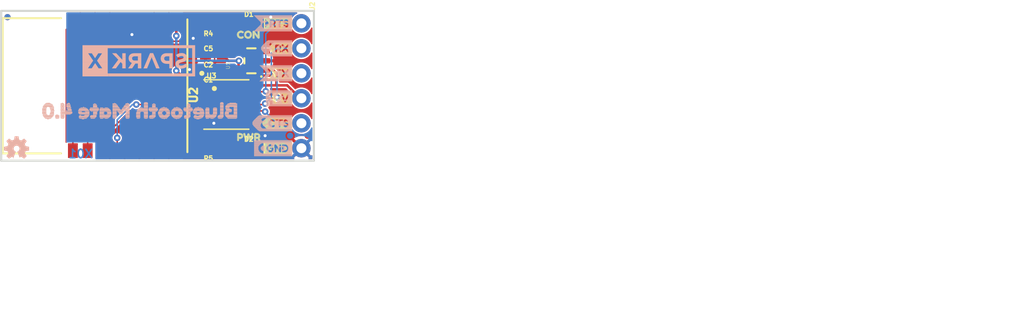
<source format=kicad_pcb>
(kicad_pcb (version 20211014) (generator pcbnew)
  (layers (0 "F.Cu" signal) (31 "B.Cu" signal) (34 "B.Paste" user) (35 "F.Paste" user) (36 "B.SilkS" user "B.Silkscreen") (37 "F.SilkS" user "F.Silkscreen") (38 "B.Mask" user) (39 "F.Mask" user) (44 "Edge.Cuts" user))
  (net 0 "")
  (net 1 "3.3V")
  (net 2 "GND")
  (net 3 "N$3")
  (net 4 "N$2")
  (net 5 "PIO1/LED")
  (net 6 "5V")
  (net 7 "5V_BT_CTS")
  (net 8 "5V_BT_RX")
  (net 9 "5V_BT_TX")
  (net 10 "BT_CTS")
  (net 11 "BT_RTS")
  (net 12 "5V_BT_RTS")
  (net 13 "BT_TX")
  (net 14 "BT_RX")
  (footprint "eagleBoard:CON7" (layer "F.Cu") (at 155.8671 99.7966)
    (fp_text reference "U$15" hide)
    (fp_text value "" hide)
  )
  (footprint "eagleBoard:RTS12" (layer "F.Cu") (at 159.1691 98.6536)
    (fp_text reference "U$6" hide)
    (fp_text value "" hide)
  )
  (footprint "eagleBoard:HM-11" (layer "F.Cu") (at 142.1511 105.0036 90)
    (fp_text reference "U2" (at 0 9.525 90) (layer "F.SilkS") (effects (font (size 0.8128 0.8128) (thickness 0.2032)) (justify right top)))
    (fp_text value "HM-17")
    (pad "1" smd rect (at -6.6 -2.25 90) (size 1.5 1) (layers "F.Cu" "F.Paste" "F.Mask") (net 11 "BT_RTS"))
    (pad "2" smd rect (at -6.6 -0.75 90) (size 1.5 1) (layers "F.Cu" "F.Paste" "F.Mask") (net 13 "BT_TX"))
    (pad "3" smd rect (at -6.6 0.75 90) (size 1.5 1) (layers "F.Cu" "F.Paste" "F.Mask") (net 10 "BT_CTS"))
    (pad "4" smd rect (at -6.6 2.25 90) (size 1.5 1) (layers "F.Cu" "F.Paste" "F.Mask") (net 14 "BT_RX"))
    (pad "5" smd rect (at -6.6 3.75 90) (size 1.5 1) (layers "F.Cu" "F.Paste" "F.Mask"))
    (pad "6" smd rect (at -6.6 5.25 90) (size 1.5 1) (layers "F.Cu" "F.Paste" "F.Mask"))
    (pad "7" smd rect (at -6.6 6.75 90) (size 1.5 1) (layers "F.Cu" "F.Paste" "F.Mask"))
    (pad "8" smd rect (at -6.6 8.25 90) (size 1.5 1) (layers "F.Cu" "F.Paste" "F.Mask"))
    (pad "9" smd rect (at 6.6 8.25 270) (size 1.5 1) (layers "F.Cu" "F.Paste" "F.Mask") (net 1 "3.3V"))
    (pad "10" smd rect (at 6.6 6.75 270) (size 1.5 1) (layers "F.Cu" "F.Paste" "F.Mask"))
    (pad "11" smd rect (at 6.6 5.25 270) (size 1.5 1) (layers "F.Cu" "F.Paste" "F.Mask"))
    (pad "12" smd rect (at 6.6 3.75 270) (size 1.5 1) (layers "F.Cu" "F.Paste" "F.Mask") (net 2 "GND"))
    (pad "13" smd rect (at 6.6 2.25 270) (size 1.5 1) (layers "F.Cu" "F.Paste" "F.Mask"))
    (pad "14" smd rect (at 6.6 0.75 270) (size 1.5 1) (layers "F.Cu" "F.Paste" "F.Mask"))
    (pad "15" smd rect (at 6.6 -0.75 270) (size 1.5 1) (layers "F.Cu" "F.Paste" "F.Mask") (net 5 "PIO1/LED"))
    (pad "16" smd rect (at 6.6 -2.25 270) (size 1.5 1) (layers "F.Cu" "F.Paste" "F.Mask"))
    (zone (net 0) (net_name "") (layer "F.Cu") (connect_pads (clearance 0)) (min_thickness 0.254)
      (keepout (tracks not_allowed) (vias not_allowed) (pads not_allowed) (copperpour not_allowed) (footprints allowed))
      (fill (thermal_gap 0.508) (thermal_bridge_width 0.508))
      (polygon (pts (xy 139.1511 111.7536) (xy 139.1511 98.2536) (xy 132.9011 98.2536) (xy 132.9011 111.7536)))
    )
    (zone (net 0) (net_name "") (layer "B.Cu") (connect_pads (clearance 0)) (min_thickness 0.254)
      (keepout (tracks not_allowed) (vias not_allowed) (pads not_allowed) (copperpour not_allowed) (footprints allowed))
      (fill (thermal_gap 0.508) (thermal_bridge_width 0.508))
      (polygon (pts (xy 132.9011 98.2536) (xy 132.9011 111.7536) (xy 139.1511 111.7536) (xy 139.1511 98.2536)))
    )
  )
  (footprint "eagleBoard:CREATIVE_COMMONS" (layer "F.Cu") (at 153.5811 128.4986)
    (fp_text reference "FRAME1" hide)
    (fp_text value "FRAME-LETTER" hide)
  )
  (footprint "eagleBoard:PWR6" (layer "F.Cu") (at 155.8671 110.2106)
    (fp_text reference "U$14" hide)
    (fp_text value "" hide)
  )
  (footprint "eagleBoard:GND8" (layer "F.Cu") (at 158.88335 111.3536)
    (fp_text reference "U$3" hide)
    (fp_text value "" hide)
  )
  (footprint "eagleBoard:CTS13" (layer "F.Cu") (at 159.0421 108.8136)
    (fp_text reference "U$1" hide)
    (fp_text value "" hide)
  )
  (footprint "eagleBoard:0603" (layer "F.Cu") (at 154.2161 98.6536 180)
    (fp_text reference "R4" (at 0 -0.762 180) (layer "F.SilkS") (effects (font (size 0.48768 0.48768) (thickness 0.12192)) (justify right top)))
    (fp_text value "330")
    (pad "1" smd rect (at -0.85 0 180) (size 1.1 1) (layers "F.Cu" "F.Paste" "F.Mask") (net 4 "N$2"))
    (pad "2" smd rect (at 0.85 0 180) (size 1.1 1) (layers "F.Cu" "F.Paste" "F.Mask") (net 5 "PIO1/LED"))
  )
  (footprint "eagleBoard:LED-0603" (layer "F.Cu") (at 157.7721 98.6536)
    (fp_text reference "D1" (at 0 -0.635) (layer "F.SilkS") (effects (font (size 0.48768 0.48768) (thickness 0.12192)) (justify bottom)))
    (fp_text value "GREEN")
    (pad "A" smd roundrect (at -0.877 0 270) (size 1 1) (layers "F.Cu" "F.Paste" "F.Mask") (roundrect_rratio 0.15) (net 4 "N$2"))
    (pad "C" smd roundrect (at 0.877 0 270) (size 1 1) (layers "F.Cu" "F.Paste" "F.Mask") (roundrect_rratio 0.15) (net 2 "GND"))
  )
  (footprint "eagleBoard:SOT23-5" (layer "F.Cu") (at 158.0261 102.4636 90)
    (fp_text reference "U1" (at -0.889 -2.159 90) (layer "F.SilkS") (effects (font (size 0.373888 0.373888) (thickness 0.032512)) (justify left bottom)))
    (fp_text value "3.3V")
    (pad "1" smd rect (at -0.95 1.3001 90) (size 0.55 1.2) (layers "F.Cu" "F.Paste" "F.Mask") (net 6 "5V"))
    (pad "2" smd rect (at 0 1.3001 90) (size 0.55 1.2) (layers "F.Cu" "F.Paste" "F.Mask") (net 2 "GND"))
    (pad "3" smd rect (at 0.95 1.3001 90) (size 0.55 1.2) (layers "F.Cu" "F.Paste" "F.Mask") (net 6 "5V"))
    (pad "4" smd rect (at 0.95 -1.3001 90) (size 0.55 1.2) (layers "F.Cu" "F.Paste" "F.Mask"))
    (pad "5" smd rect (at -0.95 -1.3001 90) (size 0.55 1.2) (layers "F.Cu" "F.Paste" "F.Mask") (net 1 "3.3V"))
  )
  (footprint "eagleBoard:0603" (layer "F.Cu") (at 154.2161 111.3536 180)
    (fp_text reference "R5" (at 0 -0.762 180) (layer "F.SilkS") (effects (font (size 0.48768 0.48768) (thickness 0.12192)) (justify right top)))
    (fp_text value "1k")
    (pad "1" smd rect (at -0.85 0 180) (size 1.1 1) (layers "F.Cu" "F.Paste" "F.Mask") (net 3 "N$3"))
    (pad "2" smd rect (at 0.85 0 180) (size 1.1 1) (layers "F.Cu" "F.Paste" "F.Mask") (net 1 "3.3V"))
  )
  (footprint "eagleBoard:0603" (layer "F.Cu") (at 154.2161 101.8286 180)
    (fp_text reference "C2" (at 0 -0.762 180) (layer "F.SilkS") (effects (font (size 0.48768 0.48768) (thickness 0.12192)) (justify right top)))
    (fp_text value "0.1uF")
    (pad "1" smd rect (at -0.85 0 180) (size 1.1 1) (layers "F.Cu" "F.Paste" "F.Mask") (net 1 "3.3V"))
    (pad "2" smd rect (at 0.85 0 180) (size 1.1 1) (layers "F.Cu" "F.Paste" "F.Mask") (net 2 "GND"))
  )
  (footprint "eagleBoard:1X06_NO_SILK" (layer "F.Cu") (at 163.1061 98.6536 -90)
    (fp_text reference "J2" (at -1.27 -1.397 -90) (layer "F.SilkS") (effects (font (size 0.48768 0.48768) (thickness 0.12192)) (justify left bottom)))
    (fp_text value "")
    (pad "1" thru_hole circle (at 0 0) (size 1.8796 1.8796) (drill 1.016) (layers *.Cu *.Mask) (net 12 "5V_BT_RTS"))
    (pad "2" thru_hole circle (at 2.54 0) (size 1.8796 1.8796) (drill 1.016) (layers *.Cu *.Mask) (net 8 "5V_BT_RX"))
    (pad "3" thru_hole circle (at 5.08 0) (size 1.8796 1.8796) (drill 1.016) (layers *.Cu *.Mask) (net 9 "5V_BT_TX"))
    (pad "4" thru_hole circle (at 7.62 0) (size 1.8796 1.8796) (drill 1.016) (layers *.Cu *.Mask) (net 6 "5V"))
    (pad "5" thru_hole circle (at 10.16 0) (size 1.8796 1.8796) (drill 1.016) (layers *.Cu *.Mask) (net 7 "5V_BT_CTS"))
    (pad "6" thru_hole circle (at 12.7 0) (size 1.8796 1.8796) (drill 1.016) (layers *.Cu *.Mask) (net 2 "GND"))
  )
  (footprint "eagleBoard:0603" (layer "F.Cu") (at 154.2161 103.3526 180)
    (fp_text reference "C1" (at 0 -0.762 180) (layer "F.SilkS") (effects (font (size 0.48768 0.48768) (thickness 0.12192)) (justify right top)))
    (fp_text value "1.0uF")
    (pad "1" smd rect (at -0.85 0 180) (size 1.1 1) (layers "F.Cu" "F.Paste" "F.Mask") (net 6 "5V"))
    (pad "2" smd rect (at 0.85 0 180) (size 1.1 1) (layers "F.Cu" "F.Paste" "F.Mask") (net 2 "GND"))
  )
  (footprint "eagleBoard:TSSOP14" (layer "F.Cu") (at 155.4861 106.9086 -90)
    (fp_text reference "U3" (at -2.6416 2.0828) (layer "F.SilkS") (effects (font (size 0.48768 0.48768) (thickness 0.12192)) (justify left bottom)))
    (fp_text value "TXB0104")
    (pad "1" smd rect (at -1.95 2.9178 270) (size 0.3048 0.9906) (layers "F.Cu" "F.Paste" "F.Mask") (net 1 "3.3V"))
    (pad "2" smd rect (at -1.3 2.9178 270) (size 0.3048 0.9906) (layers "F.Cu" "F.Paste" "F.Mask") (net 11 "BT_RTS"))
    (pad "3" smd rect (at -0.65 2.9178 270) (size 0.3048 0.9906) (layers "F.Cu" "F.Paste" "F.Mask") (net 13 "BT_TX"))
    (pad "4" smd rect (at 0 2.9178 270) (size 0.3048 0.9906) (layers "F.Cu" "F.Paste" "F.Mask") (net 14 "BT_RX"))
    (pad "5" smd rect (at 0.65 2.9178 270) (size 0.3048 0.9906) (layers "F.Cu" "F.Paste" "F.Mask") (net 10 "BT_CTS"))
    (pad "6" smd rect (at 1.3 2.9178 270) (size 0.3048 0.9906) (layers "F.Cu" "F.Paste" "F.Mask"))
    (pad "7" smd rect (at 1.95 2.9178 270) (size 0.3048 0.9906) (layers "F.Cu" "F.Paste" "F.Mask") (net 2 "GND"))
    (pad "8" smd rect (at 1.95 -2.9178 270) (size 0.3048 0.9906) (layers "F.Cu" "F.Paste" "F.Mask") (net 1 "3.3V"))
    (pad "9" smd rect (at 1.3 -2.9178 270) (size 0.3048 0.9906) (layers "F.Cu" "F.Paste" "F.Mask"))
    (pad "10" smd rect (at 0.65 -2.9178 270) (size 0.3048 0.9906) (layers "F.Cu" "F.Paste" "F.Mask") (net 7 "5V_BT_CTS"))
    (pad "11" smd rect (at 0 -2.9178 270) (size 0.3048 0.9906) (layers "F.Cu" "F.Paste" "F.Mask") (net 8 "5V_BT_RX"))
    (pad "12" smd rect (at -0.65 -2.9178 270) (size 0.3048 0.9906) (layers "F.Cu" "F.Paste" "F.Mask") (net 9 "5V_BT_TX"))
    (pad "13" smd rect (at -1.3 -2.9178 270) (size 0.3048 0.9906) (layers "F.Cu" "F.Paste" "F.Mask") (net 12 "5V_BT_RTS"))
    (pad "14" smd rect (at -1.95 -2.9178 270) (size 0.3048 0.9906) (layers "F.Cu" "F.Paste" "F.Mask") (net 6 "5V"))
  )
  (footprint "eagleBoard:FIDUCIAL-MICRO" (layer "F.Cu") (at 133.2611 98.0186)
    (fp_text reference "FD1" hide)
    (fp_text value "FIDUCIALUFIDUCIAL" hide)
    (pad "1" smd roundrect (at 0 0) (size 0.635 0.635) (layers "F.Cu" "F.Mask") (roundrect_rratio 0.5))
  )
  (footprint "eagleBoard:5V9" (layer "F.Cu") (at 159.77235 106.2736)
    (fp_text reference "U$2" hide)
    (fp_text value "" hide)
  )
  (footprint "eagleBoard:0603" (layer "F.Cu") (at 154.2161 100.1776 180)
    (fp_text reference "C5" (at 0 -0.762 180) (layer "F.SilkS") (effects (font (size 0.48768 0.48768) (thickness 0.12192)) (justify right top)))
    (fp_text value "1.0uF")
    (pad "1" smd rect (at -0.85 0 180) (size 1.1 1) (layers "F.Cu" "F.Paste" "F.Mask") (net 1 "3.3V"))
    (pad "2" smd rect (at 0.85 0 180) (size 1.1 1) (layers "F.Cu" "F.Paste" "F.Mask") (net 2 "GND"))
  )
  (footprint "eagleBoard:FIDUCIAL-MICRO" (layer "F.Cu") (at 163.7411 110.0836)
    (fp_text reference "FD2" hide)
    (fp_text value "FIDUCIALUFIDUCIAL" hide)
    (pad "1" smd roundrect (at 0 0) (size 0.635 0.635) (layers "F.Cu" "F.Mask") (roundrect_rratio 0.5))
  )
  (footprint "eagleBoard:RX10" (layer "F.Cu") (at 159.70885 101.1936)
    (fp_text reference "U$4" hide)
    (fp_text value "" hide)
  )
  (footprint "eagleBoard:TX9" (layer "F.Cu") (at 159.6136 103.7336)
    (fp_text reference "U$5" hide)
    (fp_text value "" hide)
  )
  (footprint "eagleBoard:LED-0603" (layer "F.Cu") (at 157.7721 111.3536)
    (fp_text reference "D2" (at 0 -0.635) (layer "F.SilkS") (effects (font (size 0.48768 0.48768) (thickness 0.12192)) (justify bottom)))
    (fp_text value "RED")
    (pad "A" smd roundrect (at -0.877 0 270) (size 1 1) (layers "F.Cu" "F.Paste" "F.Mask") (roundrect_rratio 0.15) (net 3 "N$3"))
    (pad "C" smd roundrect (at 0.877 0 270) (size 1 1) (layers "F.Cu" "F.Paste" "F.Mask") (roundrect_rratio 0.15) (net 2 "GND"))
  )
  (footprint "eagleBoard:GND13" (layer "B.Cu") (at 162.6616 111.3536 180)
    (fp_text reference "U$12" hide)
    (fp_text value "" hide)
  )
  (footprint "eagleBoard:RX9" (layer "B.Cu") (at 162.69335 101.1936 180)
    (fp_text reference "U$9" hide)
    (fp_text value "" hide)
  )
  (footprint "eagleBoard:RTS13" (layer "B.Cu") (at 162.69335 98.6536 180)
    (fp_text reference "U$7" hide)
    (fp_text value "" hide)
  )
  (footprint "eagleBoard:OSHW-LOGO-MINI" (layer "B.Cu") (at 134.18185 111.38535 180)
    (fp_text reference "LOGO1" hide)
    (fp_text value "OSHW-LOGOMINI" hide)
  )
  (footprint "eagleBoard:FIDUCIAL-MICRO" (layer "B.Cu") (at 133.2611 98.0186 180)
    (fp_text reference "FD4" hide)
    (fp_text value "FIDUCIALUFIDUCIAL" hide)
    (pad "1" smd roundrect (at 0 0 180) (size 0.635 0.635) (layers "B.Cu" "B.Mask") (roundrect_rratio 0.5))
  )
  (footprint "eagleBoard:5V6" (layer "B.Cu") (at 162.69335 106.2736 180)
    (fp_text reference "U$10" hide)
    (fp_text value "" hide)
  )
  (footprint "eagleBoard:SPARKX-LARGE" (layer "B.Cu") (at 146.5961 102.4636 180)
    (fp_text reference "LOGO3" hide)
    (fp_text value "SPARKX-LOGO5" hide)
  )
  (footprint "eagleBoard:TX11" (layer "B.Cu") (at 162.6616 103.7336 180)
    (fp_text reference "U$8" hide)
    (fp_text value "" hide)
  )
  (footprint "eagleBoard:FIDUCIAL-MICRO" (layer "B.Cu") (at 161.9631 110.0836 180)
    (fp_text reference "FD3" hide)
    (fp_text value "FIDUCIALUFIDUCIAL" hide)
    (pad "1" smd roundrect (at 0 0 180) (size 0.635 0.635) (layers "B.Cu" "B.Mask") (roundrect_rratio 0.5))
  )
  (footprint "eagleBoard:BLUETOOTH_MATE_4#06" (layer "B.Cu") (at 158.0261 107.5436 180)
    (fp_text reference "U$13" hide)
    (fp_text value "" hide)
  )
  (footprint "eagleBoard:CTS8" (layer "B.Cu") (at 162.69335 108.8136 180)
    (fp_text reference "U$11" hide)
    (fp_text value "" hide)
  )
  (gr_line (start 164.3761 97.3836) (end 132.6261 97.3836) (layer "Edge.Cuts") (width 0.2032))
  (gr_line (start 132.6261 97.3836) (end 132.6261 112.6236) (layer "Edge.Cuts") (width 0.2032))
  (gr_line (start 132.6261 112.6236) (end 164.3761 112.6236) (layer "Edge.Cuts") (width 0.2032))
  (gr_line (start 164.3761 112.6236) (end 164.3761 97.3836) (layer "Edge.Cuts") (width 0.2032))
  (gr_text "X01" (at 142.0241 112.4331) (layer "B.Cu") (effects (font (size 0.8636 0.8636) (thickness 0.1524)) (justify left bottom mirror)))
  (segment (start 158.4039 108.8586) (end 157.3726 108.8586) (width 0.254) (layer "F.Cu") (net 1))
  (segment (start 155.0661 101.8286) (end 155.7011 102.4636) (width 0.254) (layer "F.Cu") (net 1))
  (segment (start 156.66085 108.14685) (end 153.4726 104.9586) (width 0.254) (layer "F.Cu") (net 1))
  (segment (start 151.8851 104.9586) (end 150.4061 103.4796) (width 0.254) (layer "F.Cu") (net 1))
  (segment (start 153.4726 104.9586) (end 152.5683 104.9586) (width 0.254) (layer "F.Cu") (net 1))
  (segment (start 152.5683 104.9586) (end 151.8851 104.9586) (width 0.254) (layer "F.Cu") (net 1))
  (segment (start 153.3661 111.3536) (end 156.57285 108.14685) (width 0.1524) (layer "F.Cu") (net 1))
  (segment (start 150.4011 99.9186) (end 150.4011 98.4036) (width 0.254) (layer "F.Cu") (net 1))
  (segment (start 157.3726 108.8586) (end 156.66085 108.14685) (width 0.254) (layer "F.Cu") (net 1))
  (segment (start 150.4061 99.9236) (end 150.4011 99.9186) (width 0.254) (layer "F.Cu") (net 1))
  (segment (start 155.7011 102.4636) (end 156.7561 102.4636) (width 0.254) (layer "F.Cu") (net 1))
  (segment (start 155.0661 100.1776) (end 155.0661 101.8286) (width 0.254) (layer "F.Cu") (net 1))
  (segment (start 156.726 103.4136) (end 156.726 102.4937) (width 0.254) (layer "F.Cu") (net 1))
  (segment (start 156.726 102.4937) (end 156.7561 102.4636) (width 0.254) (layer "F.Cu") (net 1))
  (segment (start 156.57285 108.14685) (end 156.66085 108.14685) (width 0.1524) (layer "F.Cu") (net 1))
  (via (at 150.4061 99.9236) (size 0.6604) (drill 0.3048) (layers "F.Cu" "B.Cu") (net 1))
  (via (at 150.4061 103.4796) (size 0.6604) (drill 0.3048) (layers "F.Cu" "B.Cu") (net 1))
  (via (at 156.7561 102.4636) (size 0.6604) (drill 0.3048) (layers "F.Cu" "B.Cu") (net 1))
  (segment (start 156.7561 102.4636) (end 150.4061 102.4636) (width 0.254) (layer "B.Cu") (net 1))
  (segment (start 150.4061 103.4796) (end 150.4061 102.4636) (width 0.254) (layer "B.Cu") (net 1))
  (segment (start 150.4061 102.4636) (end 150.4061 99.9236) (width 0.254) (layer "B.Cu") (net 1))
  (via (at 159.9946 98.0186) (size 0.6604) (drill 0.3048) (layers "F.Cu" "B.Cu") (net 2))
  (via (at 151.7396 103.3526) (size 0.6604) (drill 0.3048) (layers "F.Cu" "B.Cu") (net 2))
  (via (at 154.2161 108.8136) (size 0.6604) (drill 0.3048) (layers "F.Cu" "B.Cu") (net 2))
  (via (at 152.1206 100.1776) (size 0.6604) (drill 0.3048) (layers "F.Cu" "B.Cu") (net 2))
  (via (at 159.4231 110.0836) (size 0.6604) (drill 0.3048) (layers "F.Cu" "B.Cu") (net 2))
  (via (at 145.8976 99.7966) (size 0.6604) (drill 0.3048) (layers "F.Cu" "B.Cu") (net 2))
  (segment (start 155.0661 111.3536) (end 156.8951 111.3536) (width 0.1524) (layer "F.Cu") (net 3))
  (segment (start 155.0661 98.6536) (end 156.8951 98.6536) (width 0.1524) (layer "F.Cu") (net 4))
  (segment (start 150.637568 100.4824) (end 142.4559 100.4824) (width 0.1524) (layer "F.Cu") (net 5))
  (segment (start 141.4011 99.4276) (end 141.4011 98.4036) (width 0.1524) (layer "F.Cu") (net 5))
  (segment (start 142.4559 100.4824) (end 141.4011 99.4276) (width 0.1524) (layer "F.Cu") (net 5))
  (segment (start 152.466368 98.6536) (end 150.637568 100.4824) (width 0.1524) (layer "F.Cu") (net 5))
  (segment (start 152.466368 98.6536) (end 153.3661 98.6536) (width 0.1524) (layer "F.Cu") (net 5))
  (segment (start 158.0261 101.86035) (end 158.0261 103.0986) (width 0.254) (layer "F.Cu") (net 6))
  (segment (start 160.5661 104.3686) (end 160.5661 104.9586) (width 0.254) (layer "F.Cu") (net 6))
  (segment (start 160.5661 103.7336) (end 160.5661 104.3686) (width 0.254) (layer "F.Cu") (net 6))
  (segment (start 160.5661 104.9586) (end 161.6641 104.9586) (width 0.254) (layer "F.Cu") (net 6))
  (segment (start 159.3262 103.4136) (end 160.2461 103.4136) (width 0.254) (layer "F.Cu") (net 6))
  (segment (start 162.9791 106.2736) (end 163.1061 106.2736) (width 0.254) (layer "F.Cu") (net 6))
  (segment (start 159.3262 101.5136) (end 158.37285 101.5136) (width 0.254) (layer "F.Cu") (net 6))
  (segment (start 158.0261 103.0986) (end 158.3411 103.4136) (width 0.254) (layer "F.Cu") (net 6))
  (segment (start 156.0821 104.3686) (end 160.5661 104.3686) (width 0.254) (layer "F.Cu") (net 6))
  (segment (start 160.2461 103.4136) (end 160.5661 103.7336) (width 0.254) (layer "F.Cu") (net 6))
  (segment (start 158.37285 101.5136) (end 158.0261 101.86035) (width 0.254) (layer "F.Cu") (net 6))
  (segment (start 161.6641 104.9586) (end 162.9791 106.2736) (width 0.254) (layer "F.Cu") (net 6))
  (segment (start 155.0661 103.3526) (end 156.0821 104.3686) (width 0.254) (layer "F.Cu") (net 6))
  (segment (start 159.3262 103.4136) (end 158.3411 103.4136) (width 0.254) (layer "F.Cu") (net 6))
  (segment (start 158.4039 104.9586) (end 160.5661 104.9586) (width 0.254) (layer "F.Cu") (net 6))
  (segment (start 158.4039 107.5586) (end 159.3515 107.5586) (width 0.1524) (layer "F.Cu") (net 7))
  (segment (start 159.3515 107.5586) (end 159.4231 107.6302) (width 0.1524) (layer "F.Cu") (net 7))
  (via (at 159.4231 107.6302) (size 0.6604) (drill 0.3048) (layers "F.Cu" "B.Cu") (net 7))
  (segment (start 159.4231 107.6302) (end 160.6065 108.8136) (width 0.1524) (layer "B.Cu") (net 7))
  (segment (start 160.6065 108.8136) (end 163.1061 108.8136) (width 0.1524) (layer "B.Cu") (net 7))
  (segment (start 158.4039 106.9086) (end 159.3319 106.9086) (width 0.1524) (layer "F.Cu") (net 8))
  (segment (start 159.3319 106.9086) (end 159.4231 106.8174) (width 0.1524) (layer "F.Cu") (net 8))
  (via (at 159.4231 106.8174) (size 0.6604) (drill 0.3048) (layers "F.Cu" "B.Cu") (net 8))
  (segment (start 160.5661 101.1936) (end 163.1061 101.1936) (width 0.1524) (layer "B.Cu") (net 8))
  (segment (start 159.4231 106.8174) (end 160.0581 106.1824) (width 0.1524) (layer "B.Cu") (net 8))
  (segment (start 160.0581 106.1824) (end 160.0581 101.7016) (width 0.1524) (layer "B.Cu") (net 8))
  (segment (start 160.0581 101.7016) (end 160.5661 101.1936) (width 0.1524) (layer "B.Cu") (net 8))
  (segment (start 160.548925 106.2586) (end 160.629387 106.178138) (width 0.1524) (layer "F.Cu") (net 9))
  (segment (start 158.4039 106.2586) (end 160.548925 106.2586) (width 0.1524) (layer "F.Cu") (net 9))
  (via (at 160.629387 106.178138) (size 0.6604) (drill 0.3048) (layers "F.Cu" "B.Cu") (net 9))
  (segment (start 160.629387 104.210063) (end 161.10585 103.7336) (width 0.1524) (layer "B.Cu") (net 9))
  (segment (start 161.10585 103.7336) (end 163.1061 103.7336) (width 0.1524) (layer "B.Cu") (net 9))
  (segment (start 160.629387 106.178138) (end 160.629387 104.210063) (width 0.1524) (layer "B.Cu") (net 9))
  (segment (start 142.9011 111.6036) (end 142.9011 110.3496) (width 0.1524) (layer "F.Cu") (net 10))
  (segment (start 145.6921 107.5586) (end 152.5683 107.5586) (width 0.1524) (layer "F.Cu") (net 10))
  (segment (start 142.9011 110.3496) (end 145.6921 107.5586) (width 0.1524) (layer "F.Cu") (net 10))
  (segment (start 144.7211 105.6086) (end 139.9011 110.4286) (width 0.1524) (layer "F.Cu") (net 11))
  (segment (start 152.5683 105.6086) (end 144.7211 105.6086) (width 0.1524) (layer "F.Cu") (net 11))
  (segment (start 139.9011 110.4286) (end 139.9011 111.6036) (width 0.1524) (layer "F.Cu") (net 11))
  (segment (start 158.4039 105.6086) (end 159.4462 105.6086) (width 0.1524) (layer "F.Cu") (net 12))
  (segment (start 159.4462 105.6086) (end 159.4866 105.5682) (width 0.1524) (layer "F.Cu") (net 12))
  (via (at 159.4866 105.5682) (size 0.6604) (drill 0.3048) (layers "F.Cu" "B.Cu") (net 12))
  (segment (start 159.4866 99.7331) (end 160.5661 98.6536) (width 0.1524) (layer "B.Cu") (net 12))
  (segment (start 160.5661 98.6536) (end 163.1061 98.6536) (width 0.1524) (layer "B.Cu") (net 12))
  (segment (start 159.4866 105.5682) (end 159.4866 99.7331) (width 0.1524) (layer "B.Cu") (net 12))
  (segment (start 152.5683 106.2586) (end 145.3411 106.2586) (width 0.1524) (layer "F.Cu") (net 13))
  (segment (start 141.4011 110.1986) (end 141.4011 111.6036) (width 0.1524) (layer "F.Cu") (net 13))
  (segment (start 145.3411 106.2586) (end 141.4011 110.1986) (width 0.1524) (layer "F.Cu") (net 13))
  (segment (start 144.4011 111.6036) (end 144.4011 110.3016) (width 0.1524) (layer "F.Cu") (net 14))
  (segment (start 152.5683 106.9086) (end 146.3421 106.9086) (width 0.1524) (layer "F.Cu") (net 14))
  (via (at 146.3421 106.9086) (size 0.6604) (drill 0.3048) (layers "F.Cu" "B.Cu") (net 14))
  (via (at 144.4011 110.3016) (size 0.6604) (drill 0.3048) (layers "F.Cu" "B.Cu") (net 14))
  (segment (start 145.9611 106.9086) (end 144.4011 108.4686) (width 0.1524) (layer "B.Cu") (net 14))
  (segment (start 144.4011 108.4686) (end 144.4011 110.3016) (width 0.1524) (layer "B.Cu") (net 14))
  (segment (start 146.3421 106.9086) (end 145.9611 106.9086) (width 0.1524) (layer "B.Cu") (net 14))
  (zone (net 2) (net_name "GND") (layer "F.Cu") (priority 6) (connect_pads (clearance 0.1524)) (min_thickness 0.127) (fill yes (thermal_gap 0.304) (thermal_bridge_width 0.304))
    (polygon (pts (xy 164.5031 112.7506) (xy 132.4991 112.7506) (xy 132.4991 97.2566) (xy 164.5031 97.2566)))
  )
  (zone (net 2) (net_name "GND") (layer "B.Cu") (priority 6) (connect_pads (clearance 0.1524)) (min_thickness 0.127) (fill yes (thermal_gap 0.304) (thermal_bridge_width 0.304))
    (polygon (pts (xy 164.5031 112.7506) (xy 139.2301 112.7506) (xy 139.2301 97.2566) (xy 164.5031 97.2566)))
  )
)
</source>
